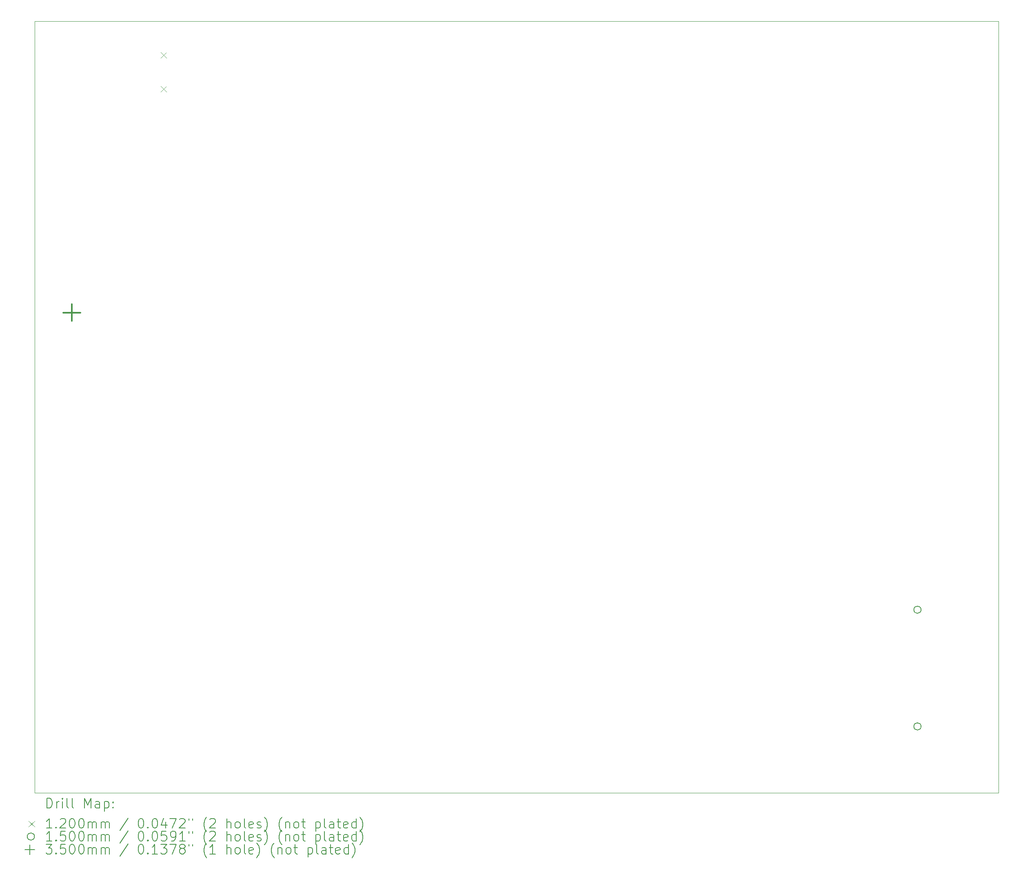
<source format=gbr>
%TF.GenerationSoftware,KiCad,Pcbnew,(6.0.11)*%
%TF.CreationDate,2024-01-15T12:10:11-05:00*%
%TF.ProjectId,SAB80535-Dev-Board,53414238-3035-4333-952d-4465762d426f,rev?*%
%TF.SameCoordinates,Original*%
%TF.FileFunction,Drillmap*%
%TF.FilePolarity,Positive*%
%FSLAX45Y45*%
G04 Gerber Fmt 4.5, Leading zero omitted, Abs format (unit mm)*
G04 Created by KiCad (PCBNEW (6.0.11)) date 2024-01-15 12:10:11*
%MOMM*%
%LPD*%
G01*
G04 APERTURE LIST*
%ADD10C,0.100000*%
%ADD11C,0.200000*%
%ADD12C,0.120000*%
%ADD13C,0.150000*%
%ADD14C,0.350000*%
G04 APERTURE END LIST*
D10*
X25000000Y-20000000D02*
X25000000Y-4000000D01*
X15000000Y-20000000D02*
X5000000Y-20000000D01*
X15000000Y-4000000D02*
X5000000Y-4000000D01*
X25000000Y-4000000D02*
X15000000Y-4000000D01*
X25000000Y-20000000D02*
X15000000Y-20000000D01*
X5000000Y-4000000D02*
X5000000Y-20000000D01*
D11*
D12*
X7616750Y-4645000D02*
X7736750Y-4765000D01*
X7736750Y-4645000D02*
X7616750Y-4765000D01*
X7616750Y-5345000D02*
X7736750Y-5465000D01*
X7736750Y-5345000D02*
X7616750Y-5465000D01*
D13*
X23390000Y-16205000D02*
G75*
G03*
X23390000Y-16205000I-75000J0D01*
G01*
X23390000Y-18625000D02*
G75*
G03*
X23390000Y-18625000I-75000J0D01*
G01*
D14*
X5770000Y-9868000D02*
X5770000Y-10218000D01*
X5595000Y-10043000D02*
X5945000Y-10043000D01*
D11*
X5252619Y-20315476D02*
X5252619Y-20115476D01*
X5300238Y-20115476D01*
X5328810Y-20125000D01*
X5347857Y-20144048D01*
X5357381Y-20163095D01*
X5366905Y-20201190D01*
X5366905Y-20229762D01*
X5357381Y-20267857D01*
X5347857Y-20286905D01*
X5328810Y-20305952D01*
X5300238Y-20315476D01*
X5252619Y-20315476D01*
X5452619Y-20315476D02*
X5452619Y-20182143D01*
X5452619Y-20220238D02*
X5462143Y-20201190D01*
X5471667Y-20191667D01*
X5490714Y-20182143D01*
X5509762Y-20182143D01*
X5576429Y-20315476D02*
X5576429Y-20182143D01*
X5576429Y-20115476D02*
X5566905Y-20125000D01*
X5576429Y-20134524D01*
X5585952Y-20125000D01*
X5576429Y-20115476D01*
X5576429Y-20134524D01*
X5700238Y-20315476D02*
X5681190Y-20305952D01*
X5671667Y-20286905D01*
X5671667Y-20115476D01*
X5805000Y-20315476D02*
X5785952Y-20305952D01*
X5776428Y-20286905D01*
X5776428Y-20115476D01*
X6033571Y-20315476D02*
X6033571Y-20115476D01*
X6100238Y-20258333D01*
X6166905Y-20115476D01*
X6166905Y-20315476D01*
X6347857Y-20315476D02*
X6347857Y-20210714D01*
X6338333Y-20191667D01*
X6319286Y-20182143D01*
X6281190Y-20182143D01*
X6262143Y-20191667D01*
X6347857Y-20305952D02*
X6328809Y-20315476D01*
X6281190Y-20315476D01*
X6262143Y-20305952D01*
X6252619Y-20286905D01*
X6252619Y-20267857D01*
X6262143Y-20248810D01*
X6281190Y-20239286D01*
X6328809Y-20239286D01*
X6347857Y-20229762D01*
X6443095Y-20182143D02*
X6443095Y-20382143D01*
X6443095Y-20191667D02*
X6462143Y-20182143D01*
X6500238Y-20182143D01*
X6519286Y-20191667D01*
X6528809Y-20201190D01*
X6538333Y-20220238D01*
X6538333Y-20277381D01*
X6528809Y-20296429D01*
X6519286Y-20305952D01*
X6500238Y-20315476D01*
X6462143Y-20315476D01*
X6443095Y-20305952D01*
X6624048Y-20296429D02*
X6633571Y-20305952D01*
X6624048Y-20315476D01*
X6614524Y-20305952D01*
X6624048Y-20296429D01*
X6624048Y-20315476D01*
X6624048Y-20191667D02*
X6633571Y-20201190D01*
X6624048Y-20210714D01*
X6614524Y-20201190D01*
X6624048Y-20191667D01*
X6624048Y-20210714D01*
D12*
X4875000Y-20585000D02*
X4995000Y-20705000D01*
X4995000Y-20585000D02*
X4875000Y-20705000D01*
D11*
X5357381Y-20735476D02*
X5243095Y-20735476D01*
X5300238Y-20735476D02*
X5300238Y-20535476D01*
X5281190Y-20564048D01*
X5262143Y-20583095D01*
X5243095Y-20592619D01*
X5443095Y-20716429D02*
X5452619Y-20725952D01*
X5443095Y-20735476D01*
X5433571Y-20725952D01*
X5443095Y-20716429D01*
X5443095Y-20735476D01*
X5528810Y-20554524D02*
X5538333Y-20545000D01*
X5557381Y-20535476D01*
X5605000Y-20535476D01*
X5624048Y-20545000D01*
X5633571Y-20554524D01*
X5643095Y-20573571D01*
X5643095Y-20592619D01*
X5633571Y-20621190D01*
X5519286Y-20735476D01*
X5643095Y-20735476D01*
X5766905Y-20535476D02*
X5785952Y-20535476D01*
X5805000Y-20545000D01*
X5814524Y-20554524D01*
X5824048Y-20573571D01*
X5833571Y-20611667D01*
X5833571Y-20659286D01*
X5824048Y-20697381D01*
X5814524Y-20716429D01*
X5805000Y-20725952D01*
X5785952Y-20735476D01*
X5766905Y-20735476D01*
X5747857Y-20725952D01*
X5738333Y-20716429D01*
X5728809Y-20697381D01*
X5719286Y-20659286D01*
X5719286Y-20611667D01*
X5728809Y-20573571D01*
X5738333Y-20554524D01*
X5747857Y-20545000D01*
X5766905Y-20535476D01*
X5957381Y-20535476D02*
X5976428Y-20535476D01*
X5995476Y-20545000D01*
X6005000Y-20554524D01*
X6014524Y-20573571D01*
X6024048Y-20611667D01*
X6024048Y-20659286D01*
X6014524Y-20697381D01*
X6005000Y-20716429D01*
X5995476Y-20725952D01*
X5976428Y-20735476D01*
X5957381Y-20735476D01*
X5938333Y-20725952D01*
X5928809Y-20716429D01*
X5919286Y-20697381D01*
X5909762Y-20659286D01*
X5909762Y-20611667D01*
X5919286Y-20573571D01*
X5928809Y-20554524D01*
X5938333Y-20545000D01*
X5957381Y-20535476D01*
X6109762Y-20735476D02*
X6109762Y-20602143D01*
X6109762Y-20621190D02*
X6119286Y-20611667D01*
X6138333Y-20602143D01*
X6166905Y-20602143D01*
X6185952Y-20611667D01*
X6195476Y-20630714D01*
X6195476Y-20735476D01*
X6195476Y-20630714D02*
X6205000Y-20611667D01*
X6224048Y-20602143D01*
X6252619Y-20602143D01*
X6271667Y-20611667D01*
X6281190Y-20630714D01*
X6281190Y-20735476D01*
X6376428Y-20735476D02*
X6376428Y-20602143D01*
X6376428Y-20621190D02*
X6385952Y-20611667D01*
X6405000Y-20602143D01*
X6433571Y-20602143D01*
X6452619Y-20611667D01*
X6462143Y-20630714D01*
X6462143Y-20735476D01*
X6462143Y-20630714D02*
X6471667Y-20611667D01*
X6490714Y-20602143D01*
X6519286Y-20602143D01*
X6538333Y-20611667D01*
X6547857Y-20630714D01*
X6547857Y-20735476D01*
X6938333Y-20525952D02*
X6766905Y-20783095D01*
X7195476Y-20535476D02*
X7214524Y-20535476D01*
X7233571Y-20545000D01*
X7243095Y-20554524D01*
X7252619Y-20573571D01*
X7262143Y-20611667D01*
X7262143Y-20659286D01*
X7252619Y-20697381D01*
X7243095Y-20716429D01*
X7233571Y-20725952D01*
X7214524Y-20735476D01*
X7195476Y-20735476D01*
X7176428Y-20725952D01*
X7166905Y-20716429D01*
X7157381Y-20697381D01*
X7147857Y-20659286D01*
X7147857Y-20611667D01*
X7157381Y-20573571D01*
X7166905Y-20554524D01*
X7176428Y-20545000D01*
X7195476Y-20535476D01*
X7347857Y-20716429D02*
X7357381Y-20725952D01*
X7347857Y-20735476D01*
X7338333Y-20725952D01*
X7347857Y-20716429D01*
X7347857Y-20735476D01*
X7481190Y-20535476D02*
X7500238Y-20535476D01*
X7519286Y-20545000D01*
X7528809Y-20554524D01*
X7538333Y-20573571D01*
X7547857Y-20611667D01*
X7547857Y-20659286D01*
X7538333Y-20697381D01*
X7528809Y-20716429D01*
X7519286Y-20725952D01*
X7500238Y-20735476D01*
X7481190Y-20735476D01*
X7462143Y-20725952D01*
X7452619Y-20716429D01*
X7443095Y-20697381D01*
X7433571Y-20659286D01*
X7433571Y-20611667D01*
X7443095Y-20573571D01*
X7452619Y-20554524D01*
X7462143Y-20545000D01*
X7481190Y-20535476D01*
X7719286Y-20602143D02*
X7719286Y-20735476D01*
X7671667Y-20525952D02*
X7624048Y-20668810D01*
X7747857Y-20668810D01*
X7805000Y-20535476D02*
X7938333Y-20535476D01*
X7852619Y-20735476D01*
X8005000Y-20554524D02*
X8014524Y-20545000D01*
X8033571Y-20535476D01*
X8081190Y-20535476D01*
X8100238Y-20545000D01*
X8109762Y-20554524D01*
X8119286Y-20573571D01*
X8119286Y-20592619D01*
X8109762Y-20621190D01*
X7995476Y-20735476D01*
X8119286Y-20735476D01*
X8195476Y-20535476D02*
X8195476Y-20573571D01*
X8271667Y-20535476D02*
X8271667Y-20573571D01*
X8566905Y-20811667D02*
X8557381Y-20802143D01*
X8538333Y-20773571D01*
X8528810Y-20754524D01*
X8519286Y-20725952D01*
X8509762Y-20678333D01*
X8509762Y-20640238D01*
X8519286Y-20592619D01*
X8528810Y-20564048D01*
X8538333Y-20545000D01*
X8557381Y-20516429D01*
X8566905Y-20506905D01*
X8633571Y-20554524D02*
X8643095Y-20545000D01*
X8662143Y-20535476D01*
X8709762Y-20535476D01*
X8728810Y-20545000D01*
X8738333Y-20554524D01*
X8747857Y-20573571D01*
X8747857Y-20592619D01*
X8738333Y-20621190D01*
X8624048Y-20735476D01*
X8747857Y-20735476D01*
X8985952Y-20735476D02*
X8985952Y-20535476D01*
X9071667Y-20735476D02*
X9071667Y-20630714D01*
X9062143Y-20611667D01*
X9043095Y-20602143D01*
X9014524Y-20602143D01*
X8995476Y-20611667D01*
X8985952Y-20621190D01*
X9195476Y-20735476D02*
X9176429Y-20725952D01*
X9166905Y-20716429D01*
X9157381Y-20697381D01*
X9157381Y-20640238D01*
X9166905Y-20621190D01*
X9176429Y-20611667D01*
X9195476Y-20602143D01*
X9224048Y-20602143D01*
X9243095Y-20611667D01*
X9252619Y-20621190D01*
X9262143Y-20640238D01*
X9262143Y-20697381D01*
X9252619Y-20716429D01*
X9243095Y-20725952D01*
X9224048Y-20735476D01*
X9195476Y-20735476D01*
X9376429Y-20735476D02*
X9357381Y-20725952D01*
X9347857Y-20706905D01*
X9347857Y-20535476D01*
X9528810Y-20725952D02*
X9509762Y-20735476D01*
X9471667Y-20735476D01*
X9452619Y-20725952D01*
X9443095Y-20706905D01*
X9443095Y-20630714D01*
X9452619Y-20611667D01*
X9471667Y-20602143D01*
X9509762Y-20602143D01*
X9528810Y-20611667D01*
X9538333Y-20630714D01*
X9538333Y-20649762D01*
X9443095Y-20668810D01*
X9614524Y-20725952D02*
X9633571Y-20735476D01*
X9671667Y-20735476D01*
X9690714Y-20725952D01*
X9700238Y-20706905D01*
X9700238Y-20697381D01*
X9690714Y-20678333D01*
X9671667Y-20668810D01*
X9643095Y-20668810D01*
X9624048Y-20659286D01*
X9614524Y-20640238D01*
X9614524Y-20630714D01*
X9624048Y-20611667D01*
X9643095Y-20602143D01*
X9671667Y-20602143D01*
X9690714Y-20611667D01*
X9766905Y-20811667D02*
X9776429Y-20802143D01*
X9795476Y-20773571D01*
X9805000Y-20754524D01*
X9814524Y-20725952D01*
X9824048Y-20678333D01*
X9824048Y-20640238D01*
X9814524Y-20592619D01*
X9805000Y-20564048D01*
X9795476Y-20545000D01*
X9776429Y-20516429D01*
X9766905Y-20506905D01*
X10128810Y-20811667D02*
X10119286Y-20802143D01*
X10100238Y-20773571D01*
X10090714Y-20754524D01*
X10081190Y-20725952D01*
X10071667Y-20678333D01*
X10071667Y-20640238D01*
X10081190Y-20592619D01*
X10090714Y-20564048D01*
X10100238Y-20545000D01*
X10119286Y-20516429D01*
X10128810Y-20506905D01*
X10205000Y-20602143D02*
X10205000Y-20735476D01*
X10205000Y-20621190D02*
X10214524Y-20611667D01*
X10233571Y-20602143D01*
X10262143Y-20602143D01*
X10281190Y-20611667D01*
X10290714Y-20630714D01*
X10290714Y-20735476D01*
X10414524Y-20735476D02*
X10395476Y-20725952D01*
X10385952Y-20716429D01*
X10376429Y-20697381D01*
X10376429Y-20640238D01*
X10385952Y-20621190D01*
X10395476Y-20611667D01*
X10414524Y-20602143D01*
X10443095Y-20602143D01*
X10462143Y-20611667D01*
X10471667Y-20621190D01*
X10481190Y-20640238D01*
X10481190Y-20697381D01*
X10471667Y-20716429D01*
X10462143Y-20725952D01*
X10443095Y-20735476D01*
X10414524Y-20735476D01*
X10538333Y-20602143D02*
X10614524Y-20602143D01*
X10566905Y-20535476D02*
X10566905Y-20706905D01*
X10576429Y-20725952D01*
X10595476Y-20735476D01*
X10614524Y-20735476D01*
X10833571Y-20602143D02*
X10833571Y-20802143D01*
X10833571Y-20611667D02*
X10852619Y-20602143D01*
X10890714Y-20602143D01*
X10909762Y-20611667D01*
X10919286Y-20621190D01*
X10928810Y-20640238D01*
X10928810Y-20697381D01*
X10919286Y-20716429D01*
X10909762Y-20725952D01*
X10890714Y-20735476D01*
X10852619Y-20735476D01*
X10833571Y-20725952D01*
X11043095Y-20735476D02*
X11024048Y-20725952D01*
X11014524Y-20706905D01*
X11014524Y-20535476D01*
X11205000Y-20735476D02*
X11205000Y-20630714D01*
X11195476Y-20611667D01*
X11176429Y-20602143D01*
X11138333Y-20602143D01*
X11119286Y-20611667D01*
X11205000Y-20725952D02*
X11185952Y-20735476D01*
X11138333Y-20735476D01*
X11119286Y-20725952D01*
X11109762Y-20706905D01*
X11109762Y-20687857D01*
X11119286Y-20668810D01*
X11138333Y-20659286D01*
X11185952Y-20659286D01*
X11205000Y-20649762D01*
X11271667Y-20602143D02*
X11347857Y-20602143D01*
X11300238Y-20535476D02*
X11300238Y-20706905D01*
X11309762Y-20725952D01*
X11328809Y-20735476D01*
X11347857Y-20735476D01*
X11490714Y-20725952D02*
X11471667Y-20735476D01*
X11433571Y-20735476D01*
X11414524Y-20725952D01*
X11405000Y-20706905D01*
X11405000Y-20630714D01*
X11414524Y-20611667D01*
X11433571Y-20602143D01*
X11471667Y-20602143D01*
X11490714Y-20611667D01*
X11500238Y-20630714D01*
X11500238Y-20649762D01*
X11405000Y-20668810D01*
X11671667Y-20735476D02*
X11671667Y-20535476D01*
X11671667Y-20725952D02*
X11652619Y-20735476D01*
X11614524Y-20735476D01*
X11595476Y-20725952D01*
X11585952Y-20716429D01*
X11576428Y-20697381D01*
X11576428Y-20640238D01*
X11585952Y-20621190D01*
X11595476Y-20611667D01*
X11614524Y-20602143D01*
X11652619Y-20602143D01*
X11671667Y-20611667D01*
X11747857Y-20811667D02*
X11757381Y-20802143D01*
X11776428Y-20773571D01*
X11785952Y-20754524D01*
X11795476Y-20725952D01*
X11805000Y-20678333D01*
X11805000Y-20640238D01*
X11795476Y-20592619D01*
X11785952Y-20564048D01*
X11776428Y-20545000D01*
X11757381Y-20516429D01*
X11747857Y-20506905D01*
D13*
X4995000Y-20909000D02*
G75*
G03*
X4995000Y-20909000I-75000J0D01*
G01*
D11*
X5357381Y-20999476D02*
X5243095Y-20999476D01*
X5300238Y-20999476D02*
X5300238Y-20799476D01*
X5281190Y-20828048D01*
X5262143Y-20847095D01*
X5243095Y-20856619D01*
X5443095Y-20980429D02*
X5452619Y-20989952D01*
X5443095Y-20999476D01*
X5433571Y-20989952D01*
X5443095Y-20980429D01*
X5443095Y-20999476D01*
X5633571Y-20799476D02*
X5538333Y-20799476D01*
X5528810Y-20894714D01*
X5538333Y-20885190D01*
X5557381Y-20875667D01*
X5605000Y-20875667D01*
X5624048Y-20885190D01*
X5633571Y-20894714D01*
X5643095Y-20913762D01*
X5643095Y-20961381D01*
X5633571Y-20980429D01*
X5624048Y-20989952D01*
X5605000Y-20999476D01*
X5557381Y-20999476D01*
X5538333Y-20989952D01*
X5528810Y-20980429D01*
X5766905Y-20799476D02*
X5785952Y-20799476D01*
X5805000Y-20809000D01*
X5814524Y-20818524D01*
X5824048Y-20837571D01*
X5833571Y-20875667D01*
X5833571Y-20923286D01*
X5824048Y-20961381D01*
X5814524Y-20980429D01*
X5805000Y-20989952D01*
X5785952Y-20999476D01*
X5766905Y-20999476D01*
X5747857Y-20989952D01*
X5738333Y-20980429D01*
X5728809Y-20961381D01*
X5719286Y-20923286D01*
X5719286Y-20875667D01*
X5728809Y-20837571D01*
X5738333Y-20818524D01*
X5747857Y-20809000D01*
X5766905Y-20799476D01*
X5957381Y-20799476D02*
X5976428Y-20799476D01*
X5995476Y-20809000D01*
X6005000Y-20818524D01*
X6014524Y-20837571D01*
X6024048Y-20875667D01*
X6024048Y-20923286D01*
X6014524Y-20961381D01*
X6005000Y-20980429D01*
X5995476Y-20989952D01*
X5976428Y-20999476D01*
X5957381Y-20999476D01*
X5938333Y-20989952D01*
X5928809Y-20980429D01*
X5919286Y-20961381D01*
X5909762Y-20923286D01*
X5909762Y-20875667D01*
X5919286Y-20837571D01*
X5928809Y-20818524D01*
X5938333Y-20809000D01*
X5957381Y-20799476D01*
X6109762Y-20999476D02*
X6109762Y-20866143D01*
X6109762Y-20885190D02*
X6119286Y-20875667D01*
X6138333Y-20866143D01*
X6166905Y-20866143D01*
X6185952Y-20875667D01*
X6195476Y-20894714D01*
X6195476Y-20999476D01*
X6195476Y-20894714D02*
X6205000Y-20875667D01*
X6224048Y-20866143D01*
X6252619Y-20866143D01*
X6271667Y-20875667D01*
X6281190Y-20894714D01*
X6281190Y-20999476D01*
X6376428Y-20999476D02*
X6376428Y-20866143D01*
X6376428Y-20885190D02*
X6385952Y-20875667D01*
X6405000Y-20866143D01*
X6433571Y-20866143D01*
X6452619Y-20875667D01*
X6462143Y-20894714D01*
X6462143Y-20999476D01*
X6462143Y-20894714D02*
X6471667Y-20875667D01*
X6490714Y-20866143D01*
X6519286Y-20866143D01*
X6538333Y-20875667D01*
X6547857Y-20894714D01*
X6547857Y-20999476D01*
X6938333Y-20789952D02*
X6766905Y-21047095D01*
X7195476Y-20799476D02*
X7214524Y-20799476D01*
X7233571Y-20809000D01*
X7243095Y-20818524D01*
X7252619Y-20837571D01*
X7262143Y-20875667D01*
X7262143Y-20923286D01*
X7252619Y-20961381D01*
X7243095Y-20980429D01*
X7233571Y-20989952D01*
X7214524Y-20999476D01*
X7195476Y-20999476D01*
X7176428Y-20989952D01*
X7166905Y-20980429D01*
X7157381Y-20961381D01*
X7147857Y-20923286D01*
X7147857Y-20875667D01*
X7157381Y-20837571D01*
X7166905Y-20818524D01*
X7176428Y-20809000D01*
X7195476Y-20799476D01*
X7347857Y-20980429D02*
X7357381Y-20989952D01*
X7347857Y-20999476D01*
X7338333Y-20989952D01*
X7347857Y-20980429D01*
X7347857Y-20999476D01*
X7481190Y-20799476D02*
X7500238Y-20799476D01*
X7519286Y-20809000D01*
X7528809Y-20818524D01*
X7538333Y-20837571D01*
X7547857Y-20875667D01*
X7547857Y-20923286D01*
X7538333Y-20961381D01*
X7528809Y-20980429D01*
X7519286Y-20989952D01*
X7500238Y-20999476D01*
X7481190Y-20999476D01*
X7462143Y-20989952D01*
X7452619Y-20980429D01*
X7443095Y-20961381D01*
X7433571Y-20923286D01*
X7433571Y-20875667D01*
X7443095Y-20837571D01*
X7452619Y-20818524D01*
X7462143Y-20809000D01*
X7481190Y-20799476D01*
X7728809Y-20799476D02*
X7633571Y-20799476D01*
X7624048Y-20894714D01*
X7633571Y-20885190D01*
X7652619Y-20875667D01*
X7700238Y-20875667D01*
X7719286Y-20885190D01*
X7728809Y-20894714D01*
X7738333Y-20913762D01*
X7738333Y-20961381D01*
X7728809Y-20980429D01*
X7719286Y-20989952D01*
X7700238Y-20999476D01*
X7652619Y-20999476D01*
X7633571Y-20989952D01*
X7624048Y-20980429D01*
X7833571Y-20999476D02*
X7871667Y-20999476D01*
X7890714Y-20989952D01*
X7900238Y-20980429D01*
X7919286Y-20951857D01*
X7928809Y-20913762D01*
X7928809Y-20837571D01*
X7919286Y-20818524D01*
X7909762Y-20809000D01*
X7890714Y-20799476D01*
X7852619Y-20799476D01*
X7833571Y-20809000D01*
X7824048Y-20818524D01*
X7814524Y-20837571D01*
X7814524Y-20885190D01*
X7824048Y-20904238D01*
X7833571Y-20913762D01*
X7852619Y-20923286D01*
X7890714Y-20923286D01*
X7909762Y-20913762D01*
X7919286Y-20904238D01*
X7928809Y-20885190D01*
X8119286Y-20999476D02*
X8005000Y-20999476D01*
X8062143Y-20999476D02*
X8062143Y-20799476D01*
X8043095Y-20828048D01*
X8024048Y-20847095D01*
X8005000Y-20856619D01*
X8195476Y-20799476D02*
X8195476Y-20837571D01*
X8271667Y-20799476D02*
X8271667Y-20837571D01*
X8566905Y-21075667D02*
X8557381Y-21066143D01*
X8538333Y-21037571D01*
X8528810Y-21018524D01*
X8519286Y-20989952D01*
X8509762Y-20942333D01*
X8509762Y-20904238D01*
X8519286Y-20856619D01*
X8528810Y-20828048D01*
X8538333Y-20809000D01*
X8557381Y-20780429D01*
X8566905Y-20770905D01*
X8633571Y-20818524D02*
X8643095Y-20809000D01*
X8662143Y-20799476D01*
X8709762Y-20799476D01*
X8728810Y-20809000D01*
X8738333Y-20818524D01*
X8747857Y-20837571D01*
X8747857Y-20856619D01*
X8738333Y-20885190D01*
X8624048Y-20999476D01*
X8747857Y-20999476D01*
X8985952Y-20999476D02*
X8985952Y-20799476D01*
X9071667Y-20999476D02*
X9071667Y-20894714D01*
X9062143Y-20875667D01*
X9043095Y-20866143D01*
X9014524Y-20866143D01*
X8995476Y-20875667D01*
X8985952Y-20885190D01*
X9195476Y-20999476D02*
X9176429Y-20989952D01*
X9166905Y-20980429D01*
X9157381Y-20961381D01*
X9157381Y-20904238D01*
X9166905Y-20885190D01*
X9176429Y-20875667D01*
X9195476Y-20866143D01*
X9224048Y-20866143D01*
X9243095Y-20875667D01*
X9252619Y-20885190D01*
X9262143Y-20904238D01*
X9262143Y-20961381D01*
X9252619Y-20980429D01*
X9243095Y-20989952D01*
X9224048Y-20999476D01*
X9195476Y-20999476D01*
X9376429Y-20999476D02*
X9357381Y-20989952D01*
X9347857Y-20970905D01*
X9347857Y-20799476D01*
X9528810Y-20989952D02*
X9509762Y-20999476D01*
X9471667Y-20999476D01*
X9452619Y-20989952D01*
X9443095Y-20970905D01*
X9443095Y-20894714D01*
X9452619Y-20875667D01*
X9471667Y-20866143D01*
X9509762Y-20866143D01*
X9528810Y-20875667D01*
X9538333Y-20894714D01*
X9538333Y-20913762D01*
X9443095Y-20932810D01*
X9614524Y-20989952D02*
X9633571Y-20999476D01*
X9671667Y-20999476D01*
X9690714Y-20989952D01*
X9700238Y-20970905D01*
X9700238Y-20961381D01*
X9690714Y-20942333D01*
X9671667Y-20932810D01*
X9643095Y-20932810D01*
X9624048Y-20923286D01*
X9614524Y-20904238D01*
X9614524Y-20894714D01*
X9624048Y-20875667D01*
X9643095Y-20866143D01*
X9671667Y-20866143D01*
X9690714Y-20875667D01*
X9766905Y-21075667D02*
X9776429Y-21066143D01*
X9795476Y-21037571D01*
X9805000Y-21018524D01*
X9814524Y-20989952D01*
X9824048Y-20942333D01*
X9824048Y-20904238D01*
X9814524Y-20856619D01*
X9805000Y-20828048D01*
X9795476Y-20809000D01*
X9776429Y-20780429D01*
X9766905Y-20770905D01*
X10128810Y-21075667D02*
X10119286Y-21066143D01*
X10100238Y-21037571D01*
X10090714Y-21018524D01*
X10081190Y-20989952D01*
X10071667Y-20942333D01*
X10071667Y-20904238D01*
X10081190Y-20856619D01*
X10090714Y-20828048D01*
X10100238Y-20809000D01*
X10119286Y-20780429D01*
X10128810Y-20770905D01*
X10205000Y-20866143D02*
X10205000Y-20999476D01*
X10205000Y-20885190D02*
X10214524Y-20875667D01*
X10233571Y-20866143D01*
X10262143Y-20866143D01*
X10281190Y-20875667D01*
X10290714Y-20894714D01*
X10290714Y-20999476D01*
X10414524Y-20999476D02*
X10395476Y-20989952D01*
X10385952Y-20980429D01*
X10376429Y-20961381D01*
X10376429Y-20904238D01*
X10385952Y-20885190D01*
X10395476Y-20875667D01*
X10414524Y-20866143D01*
X10443095Y-20866143D01*
X10462143Y-20875667D01*
X10471667Y-20885190D01*
X10481190Y-20904238D01*
X10481190Y-20961381D01*
X10471667Y-20980429D01*
X10462143Y-20989952D01*
X10443095Y-20999476D01*
X10414524Y-20999476D01*
X10538333Y-20866143D02*
X10614524Y-20866143D01*
X10566905Y-20799476D02*
X10566905Y-20970905D01*
X10576429Y-20989952D01*
X10595476Y-20999476D01*
X10614524Y-20999476D01*
X10833571Y-20866143D02*
X10833571Y-21066143D01*
X10833571Y-20875667D02*
X10852619Y-20866143D01*
X10890714Y-20866143D01*
X10909762Y-20875667D01*
X10919286Y-20885190D01*
X10928810Y-20904238D01*
X10928810Y-20961381D01*
X10919286Y-20980429D01*
X10909762Y-20989952D01*
X10890714Y-20999476D01*
X10852619Y-20999476D01*
X10833571Y-20989952D01*
X11043095Y-20999476D02*
X11024048Y-20989952D01*
X11014524Y-20970905D01*
X11014524Y-20799476D01*
X11205000Y-20999476D02*
X11205000Y-20894714D01*
X11195476Y-20875667D01*
X11176429Y-20866143D01*
X11138333Y-20866143D01*
X11119286Y-20875667D01*
X11205000Y-20989952D02*
X11185952Y-20999476D01*
X11138333Y-20999476D01*
X11119286Y-20989952D01*
X11109762Y-20970905D01*
X11109762Y-20951857D01*
X11119286Y-20932810D01*
X11138333Y-20923286D01*
X11185952Y-20923286D01*
X11205000Y-20913762D01*
X11271667Y-20866143D02*
X11347857Y-20866143D01*
X11300238Y-20799476D02*
X11300238Y-20970905D01*
X11309762Y-20989952D01*
X11328809Y-20999476D01*
X11347857Y-20999476D01*
X11490714Y-20989952D02*
X11471667Y-20999476D01*
X11433571Y-20999476D01*
X11414524Y-20989952D01*
X11405000Y-20970905D01*
X11405000Y-20894714D01*
X11414524Y-20875667D01*
X11433571Y-20866143D01*
X11471667Y-20866143D01*
X11490714Y-20875667D01*
X11500238Y-20894714D01*
X11500238Y-20913762D01*
X11405000Y-20932810D01*
X11671667Y-20999476D02*
X11671667Y-20799476D01*
X11671667Y-20989952D02*
X11652619Y-20999476D01*
X11614524Y-20999476D01*
X11595476Y-20989952D01*
X11585952Y-20980429D01*
X11576428Y-20961381D01*
X11576428Y-20904238D01*
X11585952Y-20885190D01*
X11595476Y-20875667D01*
X11614524Y-20866143D01*
X11652619Y-20866143D01*
X11671667Y-20875667D01*
X11747857Y-21075667D02*
X11757381Y-21066143D01*
X11776428Y-21037571D01*
X11785952Y-21018524D01*
X11795476Y-20989952D01*
X11805000Y-20942333D01*
X11805000Y-20904238D01*
X11795476Y-20856619D01*
X11785952Y-20828048D01*
X11776428Y-20809000D01*
X11757381Y-20780429D01*
X11747857Y-20770905D01*
X4895000Y-21079000D02*
X4895000Y-21279000D01*
X4795000Y-21179000D02*
X4995000Y-21179000D01*
X5233571Y-21069476D02*
X5357381Y-21069476D01*
X5290714Y-21145667D01*
X5319286Y-21145667D01*
X5338333Y-21155190D01*
X5347857Y-21164714D01*
X5357381Y-21183762D01*
X5357381Y-21231381D01*
X5347857Y-21250429D01*
X5338333Y-21259952D01*
X5319286Y-21269476D01*
X5262143Y-21269476D01*
X5243095Y-21259952D01*
X5233571Y-21250429D01*
X5443095Y-21250429D02*
X5452619Y-21259952D01*
X5443095Y-21269476D01*
X5433571Y-21259952D01*
X5443095Y-21250429D01*
X5443095Y-21269476D01*
X5633571Y-21069476D02*
X5538333Y-21069476D01*
X5528810Y-21164714D01*
X5538333Y-21155190D01*
X5557381Y-21145667D01*
X5605000Y-21145667D01*
X5624048Y-21155190D01*
X5633571Y-21164714D01*
X5643095Y-21183762D01*
X5643095Y-21231381D01*
X5633571Y-21250429D01*
X5624048Y-21259952D01*
X5605000Y-21269476D01*
X5557381Y-21269476D01*
X5538333Y-21259952D01*
X5528810Y-21250429D01*
X5766905Y-21069476D02*
X5785952Y-21069476D01*
X5805000Y-21079000D01*
X5814524Y-21088524D01*
X5824048Y-21107571D01*
X5833571Y-21145667D01*
X5833571Y-21193286D01*
X5824048Y-21231381D01*
X5814524Y-21250429D01*
X5805000Y-21259952D01*
X5785952Y-21269476D01*
X5766905Y-21269476D01*
X5747857Y-21259952D01*
X5738333Y-21250429D01*
X5728809Y-21231381D01*
X5719286Y-21193286D01*
X5719286Y-21145667D01*
X5728809Y-21107571D01*
X5738333Y-21088524D01*
X5747857Y-21079000D01*
X5766905Y-21069476D01*
X5957381Y-21069476D02*
X5976428Y-21069476D01*
X5995476Y-21079000D01*
X6005000Y-21088524D01*
X6014524Y-21107571D01*
X6024048Y-21145667D01*
X6024048Y-21193286D01*
X6014524Y-21231381D01*
X6005000Y-21250429D01*
X5995476Y-21259952D01*
X5976428Y-21269476D01*
X5957381Y-21269476D01*
X5938333Y-21259952D01*
X5928809Y-21250429D01*
X5919286Y-21231381D01*
X5909762Y-21193286D01*
X5909762Y-21145667D01*
X5919286Y-21107571D01*
X5928809Y-21088524D01*
X5938333Y-21079000D01*
X5957381Y-21069476D01*
X6109762Y-21269476D02*
X6109762Y-21136143D01*
X6109762Y-21155190D02*
X6119286Y-21145667D01*
X6138333Y-21136143D01*
X6166905Y-21136143D01*
X6185952Y-21145667D01*
X6195476Y-21164714D01*
X6195476Y-21269476D01*
X6195476Y-21164714D02*
X6205000Y-21145667D01*
X6224048Y-21136143D01*
X6252619Y-21136143D01*
X6271667Y-21145667D01*
X6281190Y-21164714D01*
X6281190Y-21269476D01*
X6376428Y-21269476D02*
X6376428Y-21136143D01*
X6376428Y-21155190D02*
X6385952Y-21145667D01*
X6405000Y-21136143D01*
X6433571Y-21136143D01*
X6452619Y-21145667D01*
X6462143Y-21164714D01*
X6462143Y-21269476D01*
X6462143Y-21164714D02*
X6471667Y-21145667D01*
X6490714Y-21136143D01*
X6519286Y-21136143D01*
X6538333Y-21145667D01*
X6547857Y-21164714D01*
X6547857Y-21269476D01*
X6938333Y-21059952D02*
X6766905Y-21317095D01*
X7195476Y-21069476D02*
X7214524Y-21069476D01*
X7233571Y-21079000D01*
X7243095Y-21088524D01*
X7252619Y-21107571D01*
X7262143Y-21145667D01*
X7262143Y-21193286D01*
X7252619Y-21231381D01*
X7243095Y-21250429D01*
X7233571Y-21259952D01*
X7214524Y-21269476D01*
X7195476Y-21269476D01*
X7176428Y-21259952D01*
X7166905Y-21250429D01*
X7157381Y-21231381D01*
X7147857Y-21193286D01*
X7147857Y-21145667D01*
X7157381Y-21107571D01*
X7166905Y-21088524D01*
X7176428Y-21079000D01*
X7195476Y-21069476D01*
X7347857Y-21250429D02*
X7357381Y-21259952D01*
X7347857Y-21269476D01*
X7338333Y-21259952D01*
X7347857Y-21250429D01*
X7347857Y-21269476D01*
X7547857Y-21269476D02*
X7433571Y-21269476D01*
X7490714Y-21269476D02*
X7490714Y-21069476D01*
X7471667Y-21098048D01*
X7452619Y-21117095D01*
X7433571Y-21126619D01*
X7614524Y-21069476D02*
X7738333Y-21069476D01*
X7671667Y-21145667D01*
X7700238Y-21145667D01*
X7719286Y-21155190D01*
X7728809Y-21164714D01*
X7738333Y-21183762D01*
X7738333Y-21231381D01*
X7728809Y-21250429D01*
X7719286Y-21259952D01*
X7700238Y-21269476D01*
X7643095Y-21269476D01*
X7624048Y-21259952D01*
X7614524Y-21250429D01*
X7805000Y-21069476D02*
X7938333Y-21069476D01*
X7852619Y-21269476D01*
X8043095Y-21155190D02*
X8024048Y-21145667D01*
X8014524Y-21136143D01*
X8005000Y-21117095D01*
X8005000Y-21107571D01*
X8014524Y-21088524D01*
X8024048Y-21079000D01*
X8043095Y-21069476D01*
X8081190Y-21069476D01*
X8100238Y-21079000D01*
X8109762Y-21088524D01*
X8119286Y-21107571D01*
X8119286Y-21117095D01*
X8109762Y-21136143D01*
X8100238Y-21145667D01*
X8081190Y-21155190D01*
X8043095Y-21155190D01*
X8024048Y-21164714D01*
X8014524Y-21174238D01*
X8005000Y-21193286D01*
X8005000Y-21231381D01*
X8014524Y-21250429D01*
X8024048Y-21259952D01*
X8043095Y-21269476D01*
X8081190Y-21269476D01*
X8100238Y-21259952D01*
X8109762Y-21250429D01*
X8119286Y-21231381D01*
X8119286Y-21193286D01*
X8109762Y-21174238D01*
X8100238Y-21164714D01*
X8081190Y-21155190D01*
X8195476Y-21069476D02*
X8195476Y-21107571D01*
X8271667Y-21069476D02*
X8271667Y-21107571D01*
X8566905Y-21345667D02*
X8557381Y-21336143D01*
X8538333Y-21307571D01*
X8528810Y-21288524D01*
X8519286Y-21259952D01*
X8509762Y-21212333D01*
X8509762Y-21174238D01*
X8519286Y-21126619D01*
X8528810Y-21098048D01*
X8538333Y-21079000D01*
X8557381Y-21050429D01*
X8566905Y-21040905D01*
X8747857Y-21269476D02*
X8633571Y-21269476D01*
X8690714Y-21269476D02*
X8690714Y-21069476D01*
X8671667Y-21098048D01*
X8652619Y-21117095D01*
X8633571Y-21126619D01*
X8985952Y-21269476D02*
X8985952Y-21069476D01*
X9071667Y-21269476D02*
X9071667Y-21164714D01*
X9062143Y-21145667D01*
X9043095Y-21136143D01*
X9014524Y-21136143D01*
X8995476Y-21145667D01*
X8985952Y-21155190D01*
X9195476Y-21269476D02*
X9176429Y-21259952D01*
X9166905Y-21250429D01*
X9157381Y-21231381D01*
X9157381Y-21174238D01*
X9166905Y-21155190D01*
X9176429Y-21145667D01*
X9195476Y-21136143D01*
X9224048Y-21136143D01*
X9243095Y-21145667D01*
X9252619Y-21155190D01*
X9262143Y-21174238D01*
X9262143Y-21231381D01*
X9252619Y-21250429D01*
X9243095Y-21259952D01*
X9224048Y-21269476D01*
X9195476Y-21269476D01*
X9376429Y-21269476D02*
X9357381Y-21259952D01*
X9347857Y-21240905D01*
X9347857Y-21069476D01*
X9528810Y-21259952D02*
X9509762Y-21269476D01*
X9471667Y-21269476D01*
X9452619Y-21259952D01*
X9443095Y-21240905D01*
X9443095Y-21164714D01*
X9452619Y-21145667D01*
X9471667Y-21136143D01*
X9509762Y-21136143D01*
X9528810Y-21145667D01*
X9538333Y-21164714D01*
X9538333Y-21183762D01*
X9443095Y-21202810D01*
X9605000Y-21345667D02*
X9614524Y-21336143D01*
X9633571Y-21307571D01*
X9643095Y-21288524D01*
X9652619Y-21259952D01*
X9662143Y-21212333D01*
X9662143Y-21174238D01*
X9652619Y-21126619D01*
X9643095Y-21098048D01*
X9633571Y-21079000D01*
X9614524Y-21050429D01*
X9605000Y-21040905D01*
X9966905Y-21345667D02*
X9957381Y-21336143D01*
X9938333Y-21307571D01*
X9928810Y-21288524D01*
X9919286Y-21259952D01*
X9909762Y-21212333D01*
X9909762Y-21174238D01*
X9919286Y-21126619D01*
X9928810Y-21098048D01*
X9938333Y-21079000D01*
X9957381Y-21050429D01*
X9966905Y-21040905D01*
X10043095Y-21136143D02*
X10043095Y-21269476D01*
X10043095Y-21155190D02*
X10052619Y-21145667D01*
X10071667Y-21136143D01*
X10100238Y-21136143D01*
X10119286Y-21145667D01*
X10128810Y-21164714D01*
X10128810Y-21269476D01*
X10252619Y-21269476D02*
X10233571Y-21259952D01*
X10224048Y-21250429D01*
X10214524Y-21231381D01*
X10214524Y-21174238D01*
X10224048Y-21155190D01*
X10233571Y-21145667D01*
X10252619Y-21136143D01*
X10281190Y-21136143D01*
X10300238Y-21145667D01*
X10309762Y-21155190D01*
X10319286Y-21174238D01*
X10319286Y-21231381D01*
X10309762Y-21250429D01*
X10300238Y-21259952D01*
X10281190Y-21269476D01*
X10252619Y-21269476D01*
X10376429Y-21136143D02*
X10452619Y-21136143D01*
X10405000Y-21069476D02*
X10405000Y-21240905D01*
X10414524Y-21259952D01*
X10433571Y-21269476D01*
X10452619Y-21269476D01*
X10671667Y-21136143D02*
X10671667Y-21336143D01*
X10671667Y-21145667D02*
X10690714Y-21136143D01*
X10728810Y-21136143D01*
X10747857Y-21145667D01*
X10757381Y-21155190D01*
X10766905Y-21174238D01*
X10766905Y-21231381D01*
X10757381Y-21250429D01*
X10747857Y-21259952D01*
X10728810Y-21269476D01*
X10690714Y-21269476D01*
X10671667Y-21259952D01*
X10881190Y-21269476D02*
X10862143Y-21259952D01*
X10852619Y-21240905D01*
X10852619Y-21069476D01*
X11043095Y-21269476D02*
X11043095Y-21164714D01*
X11033571Y-21145667D01*
X11014524Y-21136143D01*
X10976429Y-21136143D01*
X10957381Y-21145667D01*
X11043095Y-21259952D02*
X11024048Y-21269476D01*
X10976429Y-21269476D01*
X10957381Y-21259952D01*
X10947857Y-21240905D01*
X10947857Y-21221857D01*
X10957381Y-21202810D01*
X10976429Y-21193286D01*
X11024048Y-21193286D01*
X11043095Y-21183762D01*
X11109762Y-21136143D02*
X11185952Y-21136143D01*
X11138333Y-21069476D02*
X11138333Y-21240905D01*
X11147857Y-21259952D01*
X11166905Y-21269476D01*
X11185952Y-21269476D01*
X11328809Y-21259952D02*
X11309762Y-21269476D01*
X11271667Y-21269476D01*
X11252619Y-21259952D01*
X11243095Y-21240905D01*
X11243095Y-21164714D01*
X11252619Y-21145667D01*
X11271667Y-21136143D01*
X11309762Y-21136143D01*
X11328809Y-21145667D01*
X11338333Y-21164714D01*
X11338333Y-21183762D01*
X11243095Y-21202810D01*
X11509762Y-21269476D02*
X11509762Y-21069476D01*
X11509762Y-21259952D02*
X11490714Y-21269476D01*
X11452619Y-21269476D01*
X11433571Y-21259952D01*
X11424048Y-21250429D01*
X11414524Y-21231381D01*
X11414524Y-21174238D01*
X11424048Y-21155190D01*
X11433571Y-21145667D01*
X11452619Y-21136143D01*
X11490714Y-21136143D01*
X11509762Y-21145667D01*
X11585952Y-21345667D02*
X11595476Y-21336143D01*
X11614524Y-21307571D01*
X11624048Y-21288524D01*
X11633571Y-21259952D01*
X11643095Y-21212333D01*
X11643095Y-21174238D01*
X11633571Y-21126619D01*
X11624048Y-21098048D01*
X11614524Y-21079000D01*
X11595476Y-21050429D01*
X11585952Y-21040905D01*
M02*

</source>
